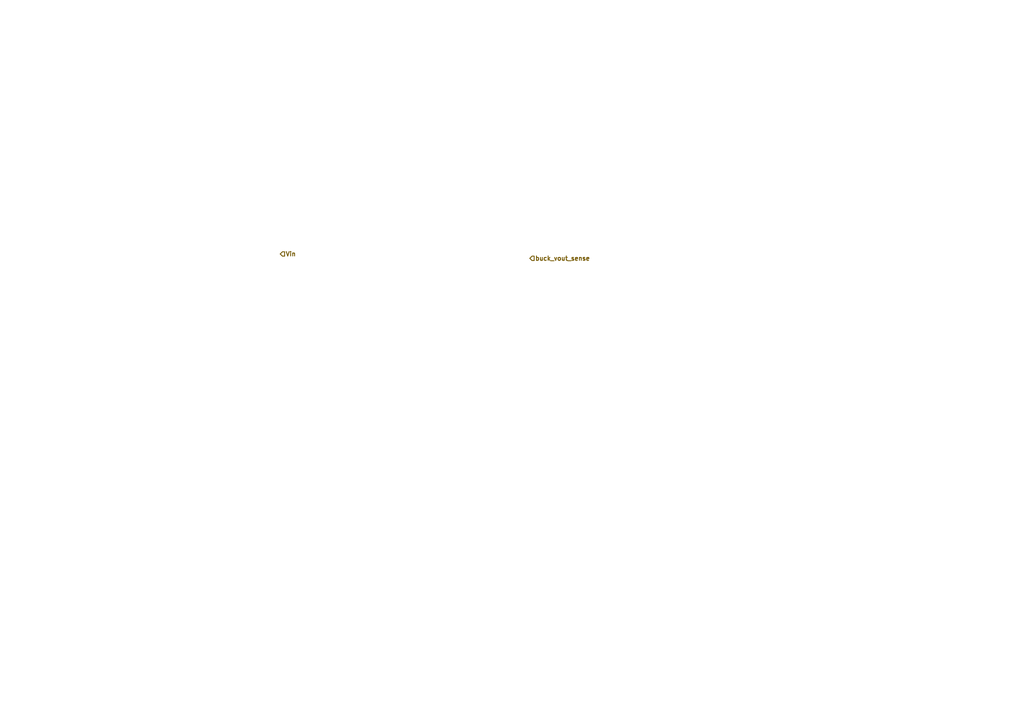
<source format=kicad_sch>
(kicad_sch
	(version 20250114)
	(generator "eeschema")
	(generator_version "9.0")
	(uuid "31d698c0-4990-456a-b3b8-38712bd36192")
	(paper "A4")
	(lib_symbols)
	(hierarchical_label "buck_vout_sense"
		(shape input)
		(at 153.67 74.93 0)
		(effects
			(font
				(size 1.27 1.27)
				(thickness 0.254)
				(bold yes)
			)
			(justify left)
		)
		(uuid "b4df0431-8cf5-4910-8eeb-8b836570cf7b")
	)
	(hierarchical_label "Vin"
		(shape input)
		(at 81.28 73.66 0)
		(effects
			(font
				(size 1.27 1.27)
				(thickness 0.254)
				(bold yes)
			)
			(justify left)
		)
		(uuid "d13dd3ad-f9b5-4bca-a963-085d10d4932f")
	)
)

</source>
